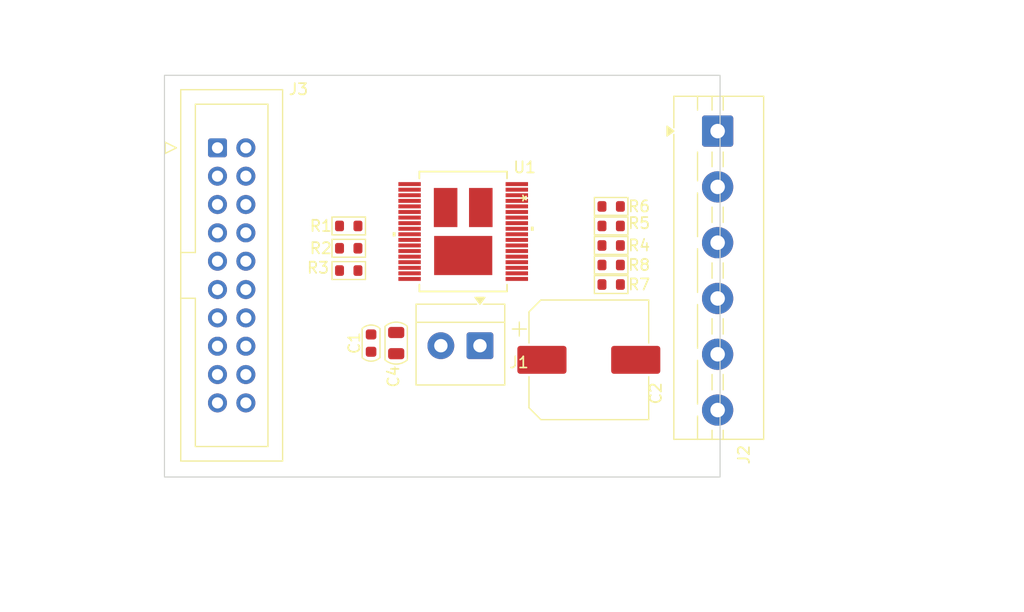
<source format=kicad_pcb>
(kicad_pcb (version 20241229) (generator "pcbnew") (generator_version "9.0")
  (layers (0 "F.Cu" signal) (4 "In1.Cu" signal) (6 "In2.Cu" signal) (2 "B.Cu" signal) (13 "F.Paste" user) (15 "B.Paste" user) (5 "F.SilkS" user "F.Silkscreen") (7 "B.SilkS" user "B.Silkscreen") (1 "F.Mask" user) (3 "B.Mask" user) (25 "Edge.Cuts" user))
  (net 0 "")
  (net 1 "GND")
  (net 2 "/CS{slash}DF")
  (net 3 "/PWM")
  (net 4 "/SEL1")
  (net 5 "/CS{slash}DF_EN")
  (net 6 "/INB")
  (net 7 "/INA")
  (net 8 "/SEL0")
  (net 9 "Net-(C1-Pad1)")
  (net 10 "Net-(J3-Pad4)")
  (net 11 "Net-(J3-Pad6)")
  (net 12 "Net-(J3-Pad10)")
  (net 13 "Net-(J3-Pad12)")
  (net 14 "Net-(J3-Pad14)")
  (net 15 "/Drain_Low_SideA")
  (net 17 "+24V")
  (net 18 "Net-(J3-Pad2)")
  (net 19 "/Drain_Low_SideB")
  (net 22 "/ENC_A")
  (net 23 "3.3V")
  (net 24 "/ENC_B")
  (footprint "MountingHole:MountingHole_3.2mm_M3" (layer "F.Cu") (at 177.75 53.75)
    (property "Reference" "H2" (hide yes))
    (property "Value" "MountingHole" (hide yes))
    (pad "" np_thru_hole circle (at 0 0) (size 3.2 3.2) (drill 3.2) (layers "*.Cu" "*.Mask"))
  )
  (footprint "MountingHole:MountingHole_3.2mm_M3" (layer "F.Cu") (at 185.25 79.75)
    (property "Reference" "H3" (hide yes))
    (property "Value" "MountingHole" (hide yes))
    (pad "" np_thru_hole circle (at 0 0) (size 3.2 3.2) (drill 3.2) (layers "*.Cu" "*.Mask"))
  )
  (footprint "UL_Full_H_Bridge_SMD:POWERSSO-36TP_STM-M" (layer "F.Cu") (at 139 63.75)
    (property "Reference" "U1" (at 5.5 -5.75 0) (layer "F.SilkS"))
    (property "Value" "VNH7040AYTR")
    (fp_line (start -3.9243 -5.3721) (end -3.9243 -4.760539) (stroke (width 0.1524)) (layer "F.SilkS"))
    (fp_line (start -3.9243 4.760539) (end -3.9243 5.3721) (stroke (width 0.1524)) (layer "F.SilkS"))
    (fp_line (start -3.9243 5.3721) (end 3.9243 5.3721) (stroke (width 0.1524)) (layer "F.SilkS"))
    (fp_line (start 3.9243 -5.3721) (end -3.9243 -5.3721) (stroke (width 0.1524)) (layer "F.SilkS"))
    (fp_line (start 3.9243 -4.760539) (end 3.9243 -5.3721) (stroke (width 0.1524)) (layer "F.SilkS"))
    (fp_line (start 3.9243 5.3721) (end 3.9243 4.760539) (stroke (width 0.1524)) (layer "F.SilkS"))
    (fp_poly (pts (xy -6.3119 0.059499) (xy -6.3119 0.4405) (xy -6.0579 0.4405) (xy -6.0579 0.059499)) (fill yes) (layer "F.SilkS"))
    (fp_poly (pts (xy 6.3119 -0.4405) (xy 6.3119 -0.059499) (xy 6.0579 -0.059499) (xy 6.0579 -0.4405)) (fill yes) (layer "F.SilkS"))
    (pad "1" smd rect (at -4.8006 -4.249999) (size 2.0066 0.3556) (layers "F.Cu" "F.Mask" "F.Paste"))
    (pad "2" smd rect (at -4.8006 -3.75) (size 2.0066 0.3556) (layers "F.Cu" "F.Mask" "F.Paste") (net 15 "/Drain_Low_SideA"))
    (pad "3" smd rect (at -4.8006 -3.250001) (size 2.0066 0.3556) (layers "F.Cu" "F.Mask" "F.Paste") (net 1 "GND"))
    (pad "4" smd rect (at -4.8006 -2.75) (size 2.0066 0.3556) (layers "F.Cu" "F.Mask" "F.Paste") (net 1 "GND"))
    (pad "5" smd rect (at -4.8006 -2.250001) (size 2.0066 0.3556) (layers "F.Cu" "F.Mask" "F.Paste") (net 1 "GND"))
    (pad "6" smd rect (at -4.8006 -1.749999) (size 2.0066 0.3556) (layers "F.Cu" "F.Mask" "F.Paste") (net 1 "GND"))
    (pad "7" smd rect (at -4.8006 -1.25) (size 2.0066 0.3556) (layers "F.Cu" "F.Mask" "F.Paste") (net 1 "GND"))
    (pad "8" smd rect (at -4.8006 -0.750001) (size 2.0066 0.3556) (layers "F.Cu" "F.Mask" "F.Paste") (net 15 "/Drain_Low_SideA"))
    (pad "9" smd rect (at -4.8006 -0.25) (size 2.0066 0.3556) (layers "F.Cu" "F.Mask" "F.Paste") (net 15 "/Drain_Low_SideA"))
    (pad "10" smd rect (at -4.8006 0.25) (size 2.0066 0.3556) (layers "F.Cu" "F.Mask" "F.Paste") (net 17 "+24V"))
    (pad "11" smd rect (at -4.8006 0.749998) (size 2.0066 0.3556) (layers "F.Cu" "F.Mask" "F.Paste") (net 15 "/Drain_Low_SideA"))
    (pad "12" smd rect (at -4.8006 1.25) (size 2.0066 0.3556) (layers "F.Cu" "F.Mask" "F.Paste") (net 15 "/Drain_Low_SideA"))
    (pad "13" smd rect (at -4.8006 1.749999) (size 2.0066 0.3556) (layers "F.Cu" "F.Mask" "F.Paste") (net 15 "/Drain_Low_SideA"))
    (pad "14" smd rect (at -4.8006 2.250001) (size 2.0066 0.3556) (layers "F.Cu" "F.Mask" "F.Paste") (net 15 "/Drain_Low_SideA"))
    (pad "15" smd rect (at -4.8006 2.75) (size 2.0066 0.3556) (layers "F.Cu" "F.Mask" "F.Paste") (net 8 "/SEL0"))
    (pad "16" smd rect (at -4.8006 3.249999) (size 2.0066 0.3556) (layers "F.Cu" "F.Mask" "F.Paste") (net 7 "/INA"))
    (pad "17" smd rect (at -4.8006 3.75) (size 2.0066 0.3556) (layers "F.Cu" "F.Mask" "F.Paste") (net 3 "/PWM"))
    (pad "18" smd rect (at -4.8006 4.249999) (size 2.0066 0.3556) (layers "F.Cu" "F.Mask" "F.Paste"))
    (pad "19" smd rect (at 4.8006 4.249999) (size 2.0066 0.3556) (layers "F.Cu" "F.Mask" "F.Paste") (net 2 "/CS{slash}DF"))
    (pad "20" smd rect (at 4.8006 3.75) (size 2.0066 0.3556) (layers "F.Cu" "F.Mask" "F.Paste") (net 5 "/CS{slash}DF_EN"))
    (pad "21" smd rect (at 4.8006 3.250001) (size 2.0066 0.3556) (layers "F.Cu" "F.Mask" "F.Paste") (net 6 "/INB"))
    (pad "22" smd rect (at 4.8006 2.75) (size 2.0066 0.3556) (layers "F.Cu" "F.Mask" "F.Paste") (net 4 "/SEL1"))
    (pad "23" smd rect (at 4.8006 2.250001) (size 2.0066 0.3556) (layers "F.Cu" "F.Mask" "F.Paste") (net 19 "/Drain_Low_SideB"))
    (pad "24" smd rect (at 4.8006 1.749999) (size 2.0066 0.3556) (layers "F.Cu" "F.Mask" "F.Paste") (net 19 "/Drain_Low_SideB"))
    (pad "25" smd rect (at 4.8006 1.25) (size 2.0066 0.3556) (layers "F.Cu" "F.Mask" "F.Paste") (net 19 "/Drain_Low_SideB"))
    (pad "26" smd rect (at 4.8006 0.750001) (size 2.0066 0.3556) (layers "F.Cu" "F.Mask" "F.Paste") (net 19 "/Drain_Low_SideB"))
    (pad "27" smd rect (at 4.8006 0.25) (size 2.0066 0.3556) (layers "F.Cu" "F.Mask" "F.Paste") (net 17 "+24V"))
    (pad "28" smd rect (at 4.8006 -0.25) (size 2.0066 0.3556) (layers "F.Cu" "F.Mask" "F.Paste") (net 19 "/Drain_Low_SideB"))
    (pad "29" smd rect (at 4.8006 -0.749998) (size 2.0066 0.3556) (layers "F.Cu" "F.Mask" "F.Paste") (net 19 "/Drain_Low_SideB"))
    (pad "30" smd rect (at 4.8006 -1.25) (size 2.0066 0.3556) (layers "F.Cu" "F.Mask" "F.Paste") (net 1 "GND"))
    (pad "31" smd rect (at 4.8006 -1.749999) (size 2.0066 0.3556) (layers "F.Cu" "F.Mask" "F.Paste") (net 1 "GND"))
    (pad "32" smd rect (at 4.8006 -2.250001) (size 2.0066 0.3556) (layers "F.Cu" "F.Mask" "F.Paste") (net 1 "GND"))
    (pad "33" smd rect (at 4.8006 -2.75) (size 2.0066 0.3556) (layers "F.Cu" "F.Mask" "F.Paste") (net 1 "GND"))
    (pad "34" smd rect (at 4.8006 -3.249999) (size 2.0066 0.3556) (layers "F.Cu" "F.Mask" "F.Paste") (net 1 "GND"))
    (pad "35" smd rect (at 4.8006 -3.75) (size 2.0066 0.3556) (layers "F.Cu" "F.Mask" "F.Paste") (net 19 "/Drain_Low_SideB"))
    (pad "36" smd rect (at 4.8006 -4.249999) (size 2.0066 0.3556) (layers "F.Cu" "F.Mask" "F.Paste"))
    (pad "37" smd rect (at 0 2.15011) (size 5.207 3.5052) (layers "F.Cu" "F.Mask" "F.Paste") (net 17 "+24V"))
    (pad "38" smd rect (at -1.575054 -2.15011) (size 2.1082 3.5052) (layers "F.Cu" "F.Mask" "F.Paste") (net 15 "/Drain_Low_SideA"))
    (pad "39" smd rect (at 1.575054 -2.15011) (size 2.1082 3.5052) (layers "F.Cu" "F.Mask" "F.Paste") (net 19 "/Drain_Low_SideB"))
  )
  (footprint "MountingHole:MountingHole_3.2mm_M3" (layer "F.Cu") (at 185.75 49.75)
    (property "Reference" "H4" (hide yes))
    (property "Value" "MountingHole" (hide yes))
    (pad "" np_thru_hole circle (at 0 0) (size 3.2 3.2) (drill 3.2) (layers "*.Cu" "*.Mask"))
  )
  (footprint "TerminalBlock_4Ucon:TerminalBlock_4Ucon_1x02_P3.50mm_Horizontal" (layer "F.Cu") (at 140.5 73.9825 180)
    (property "Reference" "J1" (at -3.5 -1.5 0) (layer "F.SilkS"))
    (property "Value" "Screw_Terminal_01x02" (hide yes))
    (fp_line (start 5.72 3.72) (end 0.3 3.72) (stroke (width 0.12)) (layer "F.SilkS"))
    (fp_line (start 5.72 -3.52) (end 5.72 3.72) (stroke (width 0.12)) (layer "F.SilkS"))
    (fp_line (start -0.3 3.72) (end -2.22 3.72) (stroke (width 0.12)) (layer "F.SilkS"))
    (fp_line (start -2.22 3.72) (end -2.22 -3.52) (stroke (width 0.12)) (layer "F.SilkS"))
    (fp_line (start -2.22 2.1) (end 5.72 2.1) (stroke (width 0.12)) (layer "F.SilkS"))
    (fp_line (start -2.22 -3.52) (end 5.72 -3.52) (stroke (width 0.12)) (layer "F.SilkS"))
    (fp_poly (pts (xy 0 3.72) (xy 0.44 4.33) (xy -0.44 4.33)) (stroke (width 0.12)) (fill yes) (layer "F.SilkS"))
    (pad "1" thru_hole roundrect (at 0 0 180) (size 2.4 2.4) (drill 1.2) (layers "*.Cu" "*.Mask") (roundrect_rratio 0.104167) (net 17 "+24V"))
    (pad "2" thru_hole circle (at 3.5 0 180) (size 2.4 2.4) (drill 1.2) (layers "*.Cu" "*.Mask") (net 1 "GND"))
  )
  (footprint "PCM_Resistor_SMD_AKL:R_0603_1608Metric" (layer "F.Cu") (at 152.25 63.25 180)
    (property "Reference" "R5" (at -2.5 0.25 0) (layer "F.SilkS"))
    (property "Value" "1K" (hide yes))
    (fp_line (start 1.5 0.8) (end 1.5 -0.8) (stroke (width 0.12)) (layer "F.SilkS"))
    (fp_line (start 1.5 -0.8) (end -1.5 -0.8) (stroke (width 0.12)) (layer "F.SilkS"))
    (fp_line (start -1.5 0.8) (end 1.5 0.8) (stroke (width 0.12)) (layer "F.SilkS"))
    (fp_line (start -1.5 -0.8) (end -1.5 0.8) (stroke (width 0.12)) (layer "F.SilkS"))
    (pad "1" smd roundrect (at -0.825 0 180) (size 0.8 0.95) (layers "F.Cu" "F.Mask" "F.Paste") (net 13 "Net-(J3-Pad12)"))
    (pad "2" smd roundrect (at 0.825 0 180) (size 0.8 0.95) (layers "F.Cu" "F.Mask" "F.Paste") (net 6 "/INB"))
  )
  (footprint "PCM_Capacitor_SMD_AKL:C_0805_2012Metric" (layer "F.Cu") (at 133 73.75 -90)
    (property "Reference" "C4" (at 3 0.25 90) (layer "F.SilkS"))
    (property "Value" "100nF" (hide yes))
    (fp_line (start -1.5 1) (end 1.5 1) (stroke (width 0.12)) (layer "F.SilkS"))
    (fp_line (start 1.5 -1) (end -1.5 -1) (stroke (width 0.12)) (layer "F.SilkS"))
    (fp_arc (start -1.5 1) (mid -1.880894 0) (end -1.5 -1) (stroke (width 0.12)) (layer "F.SilkS"))
    (fp_arc (start 1.5 -1) (mid 1.880894 0) (end 1.5 1) (stroke (width 0.12)) (layer "F.SilkS"))
    (pad "1" smd roundrect (at -0.95 0 270) (size 1 1.45) (layers "F.Cu" "F.Mask" "F.Paste") (net 17 "+24V"))
    (pad "2" smd roundrect (at 0.95 0 270) (size 1 1.45) (layers "F.Cu" "F.Mask" "F.Paste") (net 1 "GND"))
  )
  (footprint "Capacitor_SMD:CP_Elec_10x14.3" (layer "F.Cu") (at 150.25 75.25)
    (property "Reference" "C2" (at 6 3 90) (layer "F.SilkS"))
    (property "Value" "470uF")
    (fp_line (start -6.85 -2.76) (end -5.6 -2.76) (stroke (width 0.12)) (layer "F.SilkS"))
    (fp_line (start -6.225 -3.385) (end -6.225 -2.135) (stroke (width 0.12)) (layer "F.SilkS"))
    (fp_line (start -5.36 -4.295563) (end -5.36 -1.51) (stroke (width 0.12)) (layer "F.SilkS"))
    (fp_line (start -5.36 -4.295563) (end -4.295563 -5.36) (stroke (width 0.12)) (layer "F.SilkS"))
    (fp_line (start -5.36 4.295563) (end -5.36 1.51) (stroke (width 0.12)) (layer "F.SilkS"))
    (fp_line (start -5.36 4.295563) (end -4.295563 5.36) (stroke (width 0.12)) (layer "F.SilkS"))
    (fp_line (start -4.295563 -5.36) (end 5.36 -5.36) (stroke (width 0.12)) (layer "F.SilkS"))
    (fp_line (start -4.295563 5.36) (end 5.36 5.36) (stroke (width 0.12)) (layer "F.SilkS"))
    (fp_line (start 5.36 -5.36) (end 5.36 -1.51) (stroke (width 0.12)) (layer "F.SilkS"))
    (fp_line (start 5.36 5.36) (end 5.36 1.51) (stroke (width 0.12)) (layer "F.SilkS"))
    (pad "1" smd roundrect (at -4.2 0) (size 4.4 2.5) (layers "F.Cu" "F.Mask" "F.Paste") (roundrect_rratio 0.1) (net 17 "+24V"))
    (pad "2" smd roundrect (at 4.2 0) (size 4.4 2.5) (layers "F.Cu" "F.Mask" "F.Paste") (roundrect_rratio 0.1) (net 1 "GND"))
  )
  (footprint "PCM_Capacitor_SMD_AKL:C_0603_1608Metric" (layer "F.Cu") (at 130.75 73.75 -90)
    (property "Reference" "C1" (at 0 1.5 90) (layer "F.SilkS"))
    (property "Value" "10nF" (hide yes))
    (fp_line (start -1.3 0.800002) (end 1.3 0.8) (stroke (width 0.12)) (layer "F.SilkS"))
    (fp_line (start 1.3 -0.800002) (end -1.3 -0.8) (stroke (width 0.12)) (layer "F.SilkS"))
    (fp_arc (start -1.3 0.800002) (mid -1.619939 0.000001) (end -1.3 -0.8) (stroke (width 0.12)) (layer "F.SilkS"))
    (fp_arc (start 1.3 -0.800002) (mid 1.619939 -0.000001) (end 1.3 0.8) (stroke (width 0.12)) (layer "F.SilkS"))
    (pad "1" smd roundrect (at -0.775 0 270) (size 0.9 0.95) (layers "F.Cu" "F.Mask" "F.Paste") (net 9 "Net-(C1-Pad1)"))
    (pad "2" smd roundrect (at 0.775 0 270) (size 0.9 0.95) (layers "F.Cu" "F.Mask" "F.Paste") (net 1 "GND"))
  )
  (footprint "PCM_Resistor_SMD_AKL:R_0603_1608Metric" (layer "F.Cu") (at 152.25 66.75 180)
    (property "Reference" "R8" (at -2.5 0 0) (layer "F.SilkS"))
    (property "Value" "1K" (hide yes))
    (fp_line (start 1.5 0.8) (end 1.5 -0.8) (stroke (width 0.12)) (layer "F.SilkS"))
    (fp_line (start 1.5 -0.8) (end -1.5 -0.8) (stroke (width 0.12)) (layer "F.SilkS"))
    (fp_line (start -1.5 0.8) (end 1.5 0.8) (stroke (width 0.12)) (layer "F.SilkS"))
    (fp_line (start -1.5 -0.8) (end -1.5 0.8) (stroke (width 0.12)) (layer "F.SilkS"))
    (pad "1" smd roundrect (at -0.825 0 180) (size 0.8 0.95) (layers "F.Cu" "F.Mask" "F.Paste") (net 1 "GND"))
    (pad "2" smd roundrect (at 0.825 0 180) (size 0.8 0.95) (layers "F.Cu" "F.Mask" "F.Paste") (net 2 "/CS{slash}DF"))
  )
  (footprint "PCM_Resistor_SMD_AKL:R_0603_1608Metric" (layer "F.Cu") (at 128.75 67.25)
    (property "Reference" "R3" (at -2.75 -0.25 0) (layer "F.SilkS"))
    (property "Value" "1K" (hide yes))
    (fp_line (start -1.5 -0.8) (end -1.5 0.8) (stroke (width 0.12)) (layer "F.SilkS"))
    (fp_line (start -1.5 0.8) (end 1.5 0.8) (stroke (width 0.12)) (layer "F.SilkS"))
    (fp_line (start 1.5 -0.8) (end -1.5 -0.8) (stroke (width 0.12)) (layer "F.SilkS"))
    (fp_line (start 1.5 0.8) (end 1.5 -0.8) (stroke (width 0.12)) (layer "F.SilkS"))
    (pad "1" smd roundrect (at -0.825 0) (size 0.8 0.95) (layers "F.Cu" "F.Mask" "F.Paste") (net 11 "Net-(J3-Pad6)"))
    (pad "2" smd roundrect (at 0.825 0) (size 0.8 0.95) (layers "F.Cu" "F.Mask" "F.Paste") (net 3 "/PWM"))
  )
  (footprint "Connector_IDC:IDC-Header_2x10_P2.54mm_Vertical" (layer "F.Cu") (at 116.9975 56.25)
    (property "Reference" "J3" (at 7.25 -5.25 0) (layer "F.SilkS"))
    (property "Value" "Pins_02x10_P1.27mm_TH" (hide yes))
    (fp_line (start -4.68 -0.5) (end -4.68 0.5) (stroke (width 0.12)) (layer "F.SilkS"))
    (fp_line (start -4.68 0.5) (end -3.68 0) (stroke (width 0.12)) (layer "F.SilkS"))
    (fp_line (start -3.68 0) (end -4.68 -0.5) (stroke (width 0.12)) (layer "F.SilkS"))
    (fp_line (start -3.29 -5.21) (end 5.83 -5.21) (stroke (width 0.12)) (layer "F.SilkS"))
    (fp_line (start -3.29 9.38) (end -1.98 9.38) (stroke (width 0.12)) (layer "F.SilkS"))
    (fp_line (start -3.29 28.07) (end -3.29 -5.21) (stroke (width 0.12)) (layer "F.SilkS"))
    (fp_line (start -1.98 -3.91) (end 4.52 -3.91) (stroke (width 0.12)) (layer "F.SilkS"))
    (fp_line (start -1.98 9.38) (end -1.98 -3.91) (stroke (width 0.12)) (layer "F.SilkS"))
    (fp_line (start -1.98 13.48) (end -3.29 13.48) (stroke (width 0.12)) (layer "F.SilkS"))
    (fp_line (start -1.98 26.77) (end -1.98 13.48) (stroke (width 0.12)) (layer "F.SilkS"))
    (fp_line (start 4.52 -3.91) (end 4.52 26.77) (stroke (width 0.12)) (layer "F.SilkS"))
    (fp_line (start 4.52 26.77) (end -1.98 26.77) (stroke (width 0.12)) (layer "F.SilkS"))
    (fp_line (start 5.83 -5.21) (end 5.83 28.07) (stroke (width 0.12)) (layer "F.SilkS"))
    (fp_line (start 5.83 28.07) (end -3.29 28.07) (stroke (width 0.12)) (layer "F.SilkS"))
    (pad "1" thru_hole roundrect (at 0 0) (size 1.7 1.7) (drill 1) (layers "*.Cu" "*.Mask") (roundrect_rratio 0.147059) (net 1 "GND"))
    (pad "2" thru_hole circle (at 2.54 0) (size 1.7 1.7) (drill 1) (layers "*.Cu" "*.Mask") (net 18 "Net-(J3-Pad2)"))
    (pad "3" thru_hole circle (at 0 2.54) (size 1.7 1.7) (drill 1) (layers "*.Cu" "*.Mask") (net 1 "GND"))
    (pad "4" thru_hole circle (at 2.54 2.54) (size 1.7 1.7) (drill 1) (layers "*.Cu" "*.Mask") (net 10 "Net-(J3-Pad4)"))
    (pad "5" thru_hole circle (at 0 5.08) (size 1.7 1.7) (drill 1) (layers "*.Cu" "*.Mask") (net 1 "GND"))
    (pad "6" thru_hole circle (at 2.54 5.08) (size 1.7 1.7) (drill 1) (layers "*.Cu" "*.Mask") (net 11 "Net-(J3-Pad6)"))
    (pad "7" thru_hole circle (at 0 7.62) (size 1.7 1.7) (drill 1) (layers "*.Cu" "*.Mask") (net 1 "GND"))
    (pad "8" thru_hole circle (at 2.54 7.62) (size 1.7 1.7) (drill 1) (layers "*.Cu" "*.Mask") (net 9 "Net-(C1-Pad1)"))
    (pad "9" thru_hole circle (at 0 10.16) (size 1.7 1.7) (drill 1) (layers "*.Cu" "*.Mask") (net 1 "GND"))
    (pad "10" thru_hole circle (at 2.54 10.16) (size 1.7 1.7) (drill 1) (layers "*.Cu" "*.Mask") (net 12 "Net-(J3-Pad10)"))
    (pad "11" thru_hole circle (at 0 12.7) (size 1.7 1.7) (drill 1) (layers "*.Cu" "*.Mask") (net 1 "GND"))
    (pad "12" thru_hole circle (at 2.54 12.7) (size 1.7 1.7) (drill 1) (layers "*.Cu" "*.Mask") (net 13 "Net-(J3-Pad12)"))
    (pad "13" thru_hole circle (at 0 15.24) (size 1.7 1.7) (drill 1) (layers "*.Cu" "*.Mask") (net 1 "GND"))
    (pad "14" thru_hole circle (at 2.54 15.24) (size 1.7 1.7) (drill 1) (layers "*.Cu" "*.Mask") (net 14 "Net-(J3-Pad14)"))
    (pad "15" thru_hole circle (at 0 17.78) (size 1.7 1.7) (drill 1) (layers "*.Cu" "*.Mask") (net 1 "GND"))
    (pad "16" thru_hole circle (at 2.54 17.78) (size 1.7 1.7) (drill 1) (layers "*.Cu" "*.Mask") (net 1 "GND"))
    (pad "17" thru_hole circle (at 0 20.32) (size 1.7 1.7) (drill 1) (layers "*.Cu" "*.Mask") (net 1 "GND"))
    (pad "18" thru_hole circle (at 2.54 20.32) (size 1.7 1.7) (drill 1) (layers "*.Cu" "*.Mask") (net 1 "GND"))
    (pad "19" thru_hole circle (at 0 22.86) (size 1.7 1.7) (drill 1) (layers "*.Cu" "*.Mask") (net 1 "GND"))
    (pad "20" thru_hole circle (at 2.54 22.86) (size 1.7 1.7) (drill 1) (layers "*.Cu" "*.Mask") (net 1 "GND"))
  )
  (footprint "PCM_Resistor_SMD_AKL:R_0603_1608Metric" (layer "F.Cu") (at 128.75 65.25)
    (property "Reference" "R2" (at -2.5 0 0) (layer "F.SilkS"))
    (property "Value" "1K" (hide yes))
    (fp_line (start -1.5 -0.8) (end -1.5 0.8) (stroke (width 0.12)) (layer "F.SilkS"))
    (fp_line (start -1.5 0.8) (end 1.5 0.8) (stroke (width 0.12)) (layer "F.SilkS"))
    (fp_line (start 1.5 -0.8) (end -1.5 -0.8) (stroke (width 0.12)) (layer "F.SilkS"))
    (fp_line (start 1.5 0.8) (end 1.5 -0.8) (stroke (width 0.12)) (layer "F.SilkS"))
    (pad "1" smd roundrect (at -0.825 0) (size 0.8 0.95) (layers "F.Cu" "F.Mask" "F.Paste") (net 10 "Net-(J3-Pad4)"))
    (pad "2" smd roundrect (at 0.825 0) (size 0.8 0.95) (layers "F.Cu" "F.Mask" "F.Paste") (net 7 "/INA"))
  )
  (footprint "PCM_Resistor_SMD_AKL:R_0603_1608Metric" (layer "F.Cu") (at 152.25 61.5 180)
    (property "Reference" "R6" (at -2.5 0 0) (layer "F.SilkS"))
    (property "Value" "1K" (hide yes))
    (fp_line (start 1.5 0.8) (end 1.5 -0.8) (stroke (width 0.12)) (layer "F.SilkS"))
    (fp_line (start 1.5 -0.8) (end -1.5 -0.8) (stroke (width 0.12)) (layer "F.SilkS"))
    (fp_line (start -1.5 0.8) (end 1.5 0.8) (stroke (width 0.12)) (layer "F.SilkS"))
    (fp_line (start -1.5 -0.8) (end -1.5 0.8) (stroke (width 0.12)) (layer "F.SilkS"))
    (pad "1" smd roundrect (at -0.825 0 180) (size 0.8 0.95) (layers "F.Cu" "F.Mask" "F.Paste") (net 14 "Net-(J3-Pad14)"))
    (pad "2" smd roundrect (at 0.825 0 180) (size 0.8 0.95) (layers "F.Cu" "F.Mask" "F.Paste") (net 4 "/SEL1"))
  )
  (footprint "PCM_Resistor_SMD_AKL:R_0603_1608Metric" (layer "F.Cu") (at 152.25 68.5 180)
    (property "Reference" "R7" (at -2.5 0 0) (layer "F.SilkS"))
    (property "Value" "10K" (hide yes))
    (fp_line (start 1.5 0.8) (end 1.5 -0.8) (stroke (width 0.12)) (layer "F.SilkS"))
    (fp_line (start 1.5 -0.8) (end -1.5 -0.8) (stroke (width 0.12)) (layer "F.SilkS"))
    (fp_line (start -1.5 0.8) (end 1.5 0.8) (stroke (width 0.12)) (layer "F.SilkS"))
    (fp_line (start -1.5 -0.8) (end -1.5 0.8) (stroke (width 0.12)) (layer "F.SilkS"))
    (pad "1" smd roundrect (at -0.825 0 180) (size 0.8 0.95) (layers "F.Cu" "F.Mask" "F.Paste") (net 9 "Net-(C1-Pad1)"))
    (pad "2" smd roundrect (at 0.825 0 180) (size 0.8 0.95) (layers "F.Cu" "F.Mask" "F.Paste") (net 2 "/CS{slash}DF"))
  )
  (footprint "TerminalBlock:TerminalBlock_MaiXu_MX126-5.0-06P_1x06_P5.00mm" (layer "F.Cu") (at 161.7825 54.75 -90)
    (property "Reference" "J2" (at 29 -2.35 90) (layer "F.SilkS"))
    (property "Value" "Screw_Terminal_01x06" (hide yes))
    (fp_line (start -3.12 3.92) (end -3.12 -4.12) (stroke (width 0.12)) (layer "F.SilkS"))
    (fp_line (start -0.3 3.92) (end -3.12 3.92) (stroke (width 0.12)) (layer "F.SilkS"))
    (fp_line (start 27.62 3.92) (end 0.3 3.92) (stroke (width 0.12)) (layer "F.SilkS"))
    (fp_line (start -3.12 1.8) (end -1.88 1.8) (stroke (width 0.12)) (layer "F.SilkS"))
    (fp_line (start 1.88 1.8) (end 4.457 1.8) (stroke (width 0.12)) (layer "F.SilkS"))
    (fp_line (start 5.543 1.8) (end 9.457 1.8) (stroke (width 0.12)) (layer "F.SilkS"))
    (fp_line (start 10.543 1.8) (end 14.457 1.8) (stroke (width 0.12)) (layer "F.SilkS"))
    (fp_line (start 15.543 1.8) (end 19.457 1.8) (stroke (width 0.12)) (layer "F.SilkS"))
    (fp_line (start 20.543 1.8) (end 24.457 1.8) (stroke (width 0.12)) (layer "F.SilkS"))
    (fp_line (start 25.543 1.8) (end 27.62 1.8) (stroke (width 0.12)) (layer "F.SilkS"))
    (fp_line (start -3.12 0.5) (end -1.88 0.5) (stroke (width 0.12)) (layer "F.SilkS"))
    (fp_line (start 1.88 0.5) (end 3.188 0.5) (stroke (width 0.12)) (layer "F.SilkS"))
    (fp_line (start 6.812 0.5) (end 8.188 0.5) (stroke (width 0.12)) (layer "F.SilkS"))
    (fp_line (start 11.812 0.5) (end 13.188 0.5) (stroke (width 0.12)) (layer "F.SilkS"))
    (fp_line (start 16.812 0.5) (end 18.188 0.5) (stroke (width 0.12)) (layer "F.SilkS"))
    (fp_line (start 21.812 0.5) (end 23.188 0.5) (stroke (width 0.12)) (layer "F.SilkS"))
    (fp_line (start 26.812 0.5) (end 27.62 0.5) (stroke (width 0.12)) (layer "F.SilkS"))
    (fp_line (start -3.12 -0.5) (end -1.88 -0.5) (stroke (width 0.12)) (layer "F.SilkS"))
    (fp_line (start 1.88 -0.5) (end 3.188 -0.5) (stroke (width 0.12)) (layer "F.SilkS"))
    (fp_line (start 6.812 -0.5) (end 8.188 -0.5) (stroke (width 0.12)) (layer "F.SilkS"))
    (fp_line (start 11.812 -0.5) (end 13.188 -0.5) (stroke (width 0.12)) (layer "F.SilkS"))
    (fp_line (start 16.812 -0.5) (end 18.188 -0.5) (stroke (width 0.12)) (layer "F.SilkS"))
    (fp_line (start 21.812 -0.5) (end 23.188 -0.5) (stroke (width 0.12)) (layer "F.SilkS"))
    (fp_line (start 26.812 -0.5) (end 27.62 -0.5) (stroke (width 0.12)) (layer "F.SilkS"))
    (fp_line (start -3.12 -4.12) (end 27.62 -4.12) (stroke (width 0.12)) (layer "F.SilkS"))
    (fp_line (start 27.62 -4.12) (end 27.62 3.92) (stroke (width 0.12)) (layer "F.SilkS"))
    (fp_poly (pts (xy 0 3.92) (xy 0.44 4.53) (xy -0.44 4.53)) (stroke (width 0.12)) (fill yes) (layer "F.SilkS"))
    (pad "1" thru_hole roundrect (at 0 0 270) (size 2.8 2.8) (drill 1.3) (layers "*.Cu" "*.Mask") (roundrect_rratio 0.089286) (net 15 "/Drain_Low_SideA"))
    (pad "2" thru_hole circle (at 5 0 270) (size 2.8 2.8) (drill 1.3) (layers "*.Cu" "*.Mask") (net 19 "/Drain_Low_SideB"))
    (pad "3" thru_hole circle (at 10 0 270) (size 2.8 2.8) (drill 1.3) (layers "*.Cu" "*.Mask") (net 1 "GND"))
    (pad "4" thru_hole circle (at 15 0 270) (size 2.8 2.8) (drill 1.3) (layers "*.Cu" "*.Mask") (net 23 "3.3V"))
    (pad "5" thru_hole circle (at 20 0 270) (size 2.8 2.8) (drill 1.3) (layers "*.Cu" "*.Mask") (net 24 "/ENC_B"))
    (pad "6" thru_hole circle (at 25 0 270) (size 2.8 2.8) (drill 1.3) (layers "*.Cu" "*.Mask") (net 22 "/ENC_A"))
  )
  (footprint "PCM_Resistor_SMD_AKL:R_0603_1608Metric" (layer "F.Cu") (at 128.75 63.25)
    (property "Reference" "R1" (at -2.5 0 0) (layer "F.SilkS"))
    (property "Value" "1K" (hide yes))
    (fp_line (start -1.5 -0.8) (end -1.5 0.8) (stroke (width 0.12)) (layer "F.SilkS"))
    (fp_line (start -1.5 0.8) (end 1.5 0.8) (stroke (width 0.12)) (layer "F.SilkS"))
    (fp_line (start 1.5 -0.8) (end -1.5 -0.8) (stroke (width 0.12)) (layer "F.SilkS"))
    (fp_line (start 1.5 0.8) (end 1.5 -0.8) (stroke (width 0.12)) (layer "F.SilkS"))
    (pad "1" smd roundrect (at -0.825 0) (size 0.8 0.95) (layers "F.Cu" "F.Mask" "F.Paste") (net 18 "Net-(J3-Pad2)"))
    (pad "2" smd roundrect (at 0.825 0) (size 0.8 0.95) (layers "F.Cu" "F.Mask" "F.Paste") (net 8 "/SEL0"))
  )
  (footprint "PCM_Resistor_SMD_AKL:R_0603_1608Metric" (layer "F.Cu") (at 152.25 65 180)
    (property "Reference" "R4" (at -2.5 0 0) (layer "F.SilkS"))
    (property "Value" "1K" (hide yes))
    (fp_line (start 1.5 0.8) (end 1.5 -0.8) (stroke (width 0.12)) (layer "F.SilkS"))
    (fp_line (start 1.5 -0.8) (end -1.5 -0.8) (stroke (width 0.12)) (layer "F.SilkS"))
    (fp_line (start -1.5 0.8) (end 1.5 0.8) (stroke (width 0.12)) (layer "F.SilkS"))
    (fp_line (start -1.5 -0.8) (end -1.5 0.8) (stroke (width 0.12)) (layer "F.SilkS"))
    (pad "1" smd roundrect (at -0.825 0 180) (size 0.8 0.95) (layers "F.Cu" "F.Mask" "F.Paste") (net 12 "Net-(J3-Pad10)"))
    (pad "2" smd roundrect (at 0.825 0 180) (size 0.8 0.95) (layers "F.Cu" "F.Mask" "F.Paste") (net 5 "/CS{slash}DF_EN"))
  )
  (footprint "MountingHole:MountingHole_3.2mm_M3" (layer "F.Cu") (at 184.25 92.75 90)
    (property "Reference" "H1" (hide yes))
    (property "Value" "MountingHole" (hide yes))
    (pad "" np_thru_hole circle (at 0 0 90) (size 3.2 3.2) (drill 3.2) (layers "*.Cu" "*.Mask"))
  )
  (gr_rect (start 112.25 49.75) (end 162 85.75) (stroke (width 0.1)) (fill no) (layer "Edge.Cuts"))
  (gr_text "*" (at 144.75 60.75 90) (layer "F.SilkS") (effects (font (size 1 1))))
)
</source>
